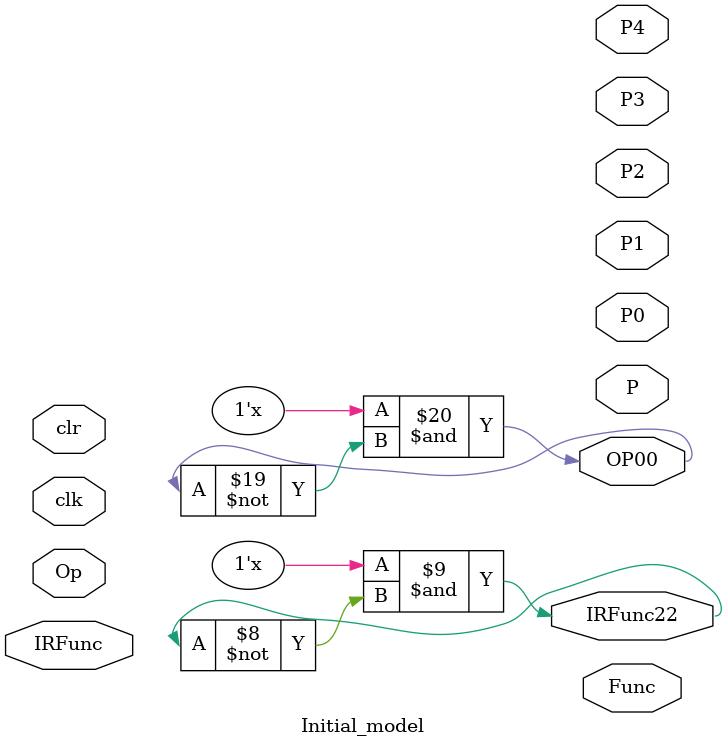
<source format=v>
module Initial_model(clr,clk,P0,P1,P2,P3,P4,P,Op,IRFunc,Func,IRFunc22,OP00);
input clr,clk;
output P0;
output P1;
output P2;
output P3;
output P4;
output P;
input [5:0]Op;
input [5:0]IRFunc;
output [5:0]Func;
output IRFunc22;
output OP00;

assign IRFunc22=IRFunc22[5]&~IRFunc22[4]&~IRFunc22[3]&~IRFunc22[2]&IRFunc22[1]&~IRFunc22[0];
assign OP00=~OP00[5]&~OP00[4]&~OP00[3]&~OP00[2]&~OP00[1]&~OP00[0];
endmodule

</source>
